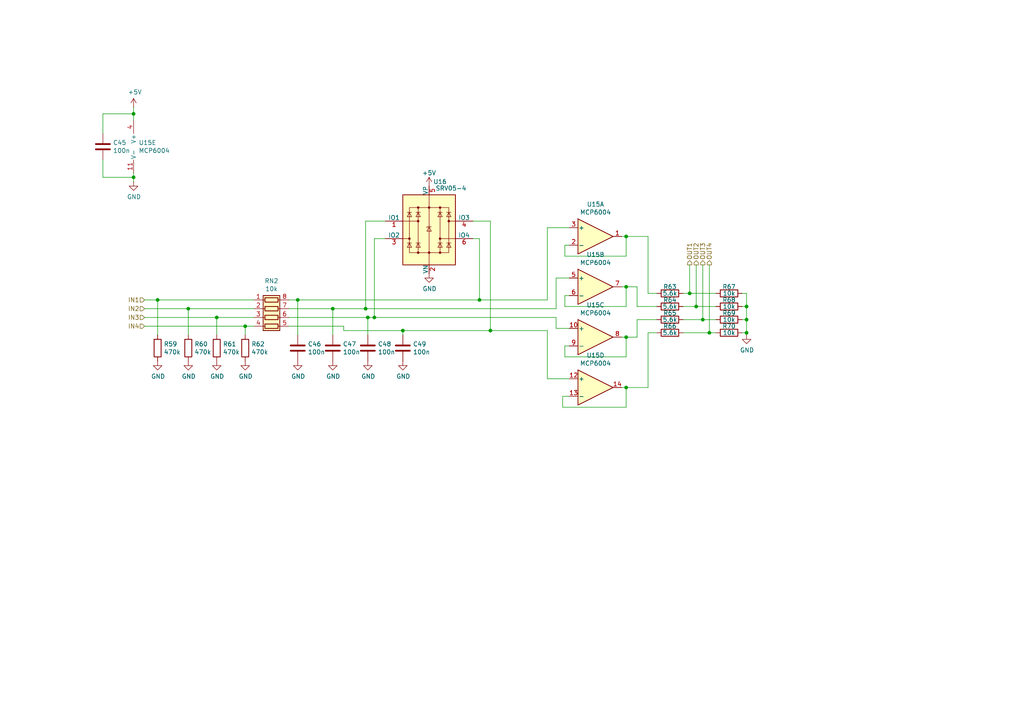
<source format=kicad_sch>
(kicad_sch (version 20250114) (generator "eeschema") (generator_version "9.0")
  (paper "A4")
  (title_block (title "rusEfi Proteus") (date "2022-04-09") (rev "v0.7") (company "rusEFI") (comment 1 "github.com/mck1117/proteus") (comment 2 "rusefi.com/s/proteus"))
  (lib_symbols
    (symbol "Amplifier_Operational:MCP6004" (pin_names (offset 0.127))
      (property "Reference" "U" (at 0 5.08 0))
      (property "Value" "MCP6004" (at 0 -5.08 0))
      (symbol "MCP6004_1_1"
        (polyline (pts (xy -5.08 5.08) (xy 5.08 0) (xy -5.08 -5.08) (xy -5.08 5.08)) (stroke (width 0.254)) (fill (type background)))
        (pin input line (at -7.62 2.54 0) (length 2.54) (name "+") (number "3"))
        (pin input line (at -7.62 -2.54 0) (length 2.54) (name "-") (number "2"))
        (pin output line (at 7.62 0 180) (length 2.54) (name "~") (number "1"))
      )
      (symbol "MCP6004_2_1"
        (polyline (pts (xy -5.08 5.08) (xy 5.08 0) (xy -5.08 -5.08) (xy -5.08 5.08)) (stroke (width 0.254)) (fill (type background)))
        (pin input line (at -7.62 2.54 0) (length 2.54) (name "+") (number "5"))
        (pin input line (at -7.62 -2.54 0) (length 2.54) (name "-") (number "6"))
        (pin output line (at 7.62 0 180) (length 2.54) (name "~") (number "7"))
      )
      (symbol "MCP6004_3_1"
        (polyline (pts (xy -5.08 5.08) (xy 5.08 0) (xy -5.08 -5.08) (xy -5.08 5.08)) (stroke (width 0.254)) (fill (type background)))
        (pin input line (at -7.62 2.54 0) (length 2.54) (name "+") (number "10"))
        (pin input line (at -7.62 -2.54 0) (length 2.54) (name "-") (number "9"))
        (pin output line (at 7.62 0 180) (length 2.54) (name "~") (number "8"))
      )
      (symbol "MCP6004_4_1"
        (polyline (pts (xy -5.08 5.08) (xy 5.08 0) (xy -5.08 -5.08) (xy -5.08 5.08)) (stroke (width 0.254)) (fill (type background)))
        (pin input line (at -7.62 2.54 0) (length 2.54) (name "+") (number "12"))
        (pin input line (at -7.62 -2.54 0) (length 2.54) (name "-") (number "13"))
        (pin output line (at 7.62 0 180) (length 2.54) (name "~") (number "14"))
      )
      (symbol "MCP6004_5_1"
        (pin power_in line (at -2.54 7.62 270) (length 3.81) (name "V+") (number "4"))
        (pin power_in line (at -2.54 -7.62 90) (length 3.81) (name "V-") (number "11"))
      )
    )
    (symbol "Device:C" (pin_numbers (hide yes)) (pin_names (offset 0.254))
      (property "Reference" "C" (at 0.635 2.54 0))
      (property "Value" "C" (at 0.635 -2.54 0))
      (symbol "C_0_1"
        (polyline (pts (xy -2.032 0.762) (xy 2.032 0.762)) (stroke (width 0.508)))
        (polyline (pts (xy -2.032 -0.762) (xy 2.032 -0.762)) (stroke (width 0.508)))
      )
      (symbol "C_1_1"
        (pin passive line (at 0 3.81 270) (length 2.794) (name "~") (number "1"))
        (pin passive line (at 0 -3.81 90) (length 2.794) (name "~") (number "2"))
      )
    )
    (symbol "Device:R" (pin_numbers (hide yes)) (pin_names (offset 0))
      (property "Reference" "R" (at 2.032 0 90))
      (property "Value" "R" (at 0 0 90))
      (symbol "R_0_1"
        (rectangle (start -1.016 -2.54) (end 1.016 2.54) (stroke (width 0.254)))
      )
      (symbol "R_1_1"
        (pin passive line (at 0 3.81 270) (length 1.27) (name "~") (number "1"))
        (pin passive line (at 0 -3.81 90) (length 1.27) (name "~") (number "2"))
      )
    )
    (symbol "Device:R_Pack04" (pin_names (offset 0) (hide yes))
      (property "Reference" "RN" (at -7.62 0 90))
      (property "Value" "R_Pack04" (at 5.08 0 90))
      (symbol "R_Pack04_0_1"
        (rectangle (start -6.35 -2.413) (end 3.81 2.413) (stroke (width 0.254)) (fill (type background)))
        (rectangle (start -5.715 1.905) (end -4.445 -1.905) (stroke (width 0.254)))
        (polyline (pts (xy -5.08 1.905) (xy -5.08 2.54)))
        (polyline (pts (xy -5.08 -2.54) (xy -5.08 -1.905)))
        (rectangle (start -3.175 1.905) (end -1.905 -1.905) (stroke (width 0.254)))
        (polyline (pts (xy -2.54 1.905) (xy -2.54 2.54)))
        (polyline (pts (xy -2.54 -2.54) (xy -2.54 -1.905)))
        (rectangle (start -0.635 1.905) (end 0.635 -1.905) (stroke (width 0.254)))
        (polyline (pts (xy 0 1.905) (xy 0 2.54)))
        (polyline (pts (xy 0 -2.54) (xy 0 -1.905)))
        (rectangle (start 1.905 1.905) (end 3.175 -1.905) (stroke (width 0.254)))
        (polyline (pts (xy 2.54 1.905) (xy 2.54 2.54)))
        (polyline (pts (xy 2.54 -2.54) (xy 2.54 -1.905)))
      )
      (symbol "R_Pack04_1_1"
        (pin passive line (at -5.08 5.08 270) (length 2.54) (name "R1.2") (number "8"))
        (pin passive line (at -5.08 -5.08 90) (length 2.54) (name "R1.1") (number "1"))
        (pin passive line (at -2.54 5.08 270) (length 2.54) (name "R2.2") (number "7"))
        (pin passive line (at -2.54 -5.08 90) (length 2.54) (name "R2.1") (number "2"))
        (pin passive line (at 0 5.08 270) (length 2.54) (name "R3.2") (number "6"))
        (pin passive line (at 0 -5.08 90) (length 2.54) (name "R3.1") (number "3"))
        (pin passive line (at 2.54 5.08 270) (length 2.54) (name "R4.2") (number "5"))
        (pin passive line (at 2.54 -5.08 90) (length 2.54) (name "R4.1") (number "4"))
      )
    )
    (symbol "Power_Protection:SRV05-4" (pin_names (offset 0))
      (property "Reference" "U" (at -5.08 11.43 0))
      (property "Value" "SRV05-4" (at 2.54 11.43 0))
      (symbol "SRV05-4_0_0"
        (rectangle (start -5.715 6.477) (end 5.715 -6.604))
        (polyline (pts (xy -3.175 -6.604) (xy -3.175 6.477)))
        (polyline (pts (xy 3.175 6.477) (xy 3.175 -6.604)))
      )
      (symbol "SRV05-4_0_1"
        (polyline (pts (xy -7.747 2.54) (xy -3.175 2.54)))
        (rectangle (start -7.62 10.16) (end 7.62 -10.16) (stroke (width 0.254)) (fill (type background)))
        (polyline (pts (xy -7.62 -2.54) (xy -5.715 -2.54)))
        (circle (center -5.715 -2.54) (radius 0.2794) (fill (type outline)))
        (polyline (pts (xy -5.08 5.08) (xy -6.35 5.08)))
        (polyline (pts (xy -5.08 3.81) (xy -6.35 3.81) (xy -5.715 5.08) (xy -5.08 3.81)))
        (polyline (pts (xy -5.08 -3.81) (xy -6.35 -3.81)))
        (polyline (pts (xy -5.08 -5.08) (xy -6.35 -5.08) (xy -5.715 -3.81) (xy -5.08 -5.08)))
        (circle (center -3.175 6.477) (radius 0.2794) (fill (type outline)))
        (circle (center -3.175 2.54) (radius 0.2794) (fill (type outline)))
        (circle (center -3.175 -6.604) (radius 0.2794) (fill (type outline)))
        (polyline (pts (xy -2.54 5.08) (xy -3.81 5.08)))
        (polyline (pts (xy -2.54 3.81) (xy -3.81 3.81) (xy -3.175 5.08) (xy -2.54 3.81)))
        (polyline (pts (xy -2.54 -3.81) (xy -3.81 -3.81)))
        (polyline (pts (xy -2.54 -5.08) (xy -3.81 -5.08) (xy -3.175 -3.81) (xy -2.54 -5.08)))
        (polyline (pts (xy 0 10.16) (xy 0 -10.16)))
        (circle (center 0 6.477) (radius 0.2794) (fill (type outline)))
        (circle (center 0 -6.604) (radius 0.2794) (fill (type outline)))
        (polyline (pts (xy 0.635 0.889) (xy -0.635 0.889) (xy -0.635 0.635)))
        (polyline (pts (xy 0.635 -0.381) (xy -0.635 -0.381) (xy 0 0.889) (xy 0.635 -0.381)))
        (circle (center 3.175 6.477) (radius 0.2794) (fill (type outline)))
        (circle (center 3.175 -2.54) (radius 0.2794) (fill (type outline)))
        (circle (center 3.175 -6.604) (radius 0.2794) (fill (type outline)))
        (polyline (pts (xy 3.81 5.08) (xy 2.54 5.08)))
        (polyline (pts (xy 3.81 3.81) (xy 2.54 3.81) (xy 3.175 5.08) (xy 3.81 3.81)))
        (polyline (pts (xy 3.81 -3.81) (xy 2.54 -3.81)))
        (polyline (pts (xy 3.81 -5.08) (xy 2.54 -5.08) (xy 3.175 -3.81) (xy 3.81 -5.08)))
        (circle (center 5.715 2.54) (radius 0.2794) (fill (type outline)))
        (polyline (pts (xy 6.35 5.08) (xy 5.08 5.08)))
        (polyline (pts (xy 6.35 3.81) (xy 5.08 3.81) (xy 5.715 5.08) (xy 6.35 3.81)))
        (polyline (pts (xy 6.35 -3.81) (xy 5.08 -3.81)))
        (polyline (pts (xy 6.35 -5.08) (xy 5.08 -5.08) (xy 5.715 -3.81) (xy 6.35 -5.08)))
        (polyline (pts (xy 7.62 2.54) (xy 5.715 2.54)))
        (polyline (pts (xy 7.62 -2.54) (xy 3.175 -2.54)))
      )
      (symbol "SRV05-4_1_1"
        (pin passive line (at -12.7 2.54 0) (length 5.08) (name "IO1") (number "1"))
        (pin passive line (at -12.7 -2.54 0) (length 5.08) (name "IO2") (number "3"))
        (pin passive line (at 0 12.7 270) (length 2.54) (name "VP") (number "5"))
        (pin passive line (at 0 -12.7 90) (length 2.54) (name "VN") (number "2"))
        (pin passive line (at 12.7 2.54 180) (length 5.08) (name "IO3") (number "4"))
        (pin passive line (at 12.7 -2.54 180) (length 5.08) (name "IO4") (number "6"))
      )
    )
    (symbol "power:+5V" (power) (pin_numbers (hide yes)) (pin_names (offset 0) (hide yes))
      (property "Value" "+5V" (at 0 3.556 0))
      (symbol "+5V_0_1"
        (polyline (pts (xy -0.762 1.27) (xy 0 2.54)))
        (polyline (pts (xy 0 2.54) (xy 0.762 1.27)))
        (polyline (pts (xy 0 0) (xy 0 2.54)))
      )
      (symbol "+5V_1_1"
        (pin power_in line (at 0 0 90) (length 0) (name "~") (number "1"))
      )
    )
    (symbol "power:GND" (power) (pin_numbers (hide yes)) (pin_names (offset 0) (hide yes))
      (property "Value" "GND" (at 0 -3.81 0))
      (symbol "GND_0_1"
        (polyline (pts (xy 0 0) (xy 0 -1.27) (xy 1.27 -1.27) (xy 0 -2.54) (xy -1.27 -1.27) (xy 0 -1.27)))
      )
      (symbol "GND_1_1"
        (pin power_in line (at 0 0 270) (length 0) (name "~") (number "1"))
      )
    )
  )
  (junction (at 86.36 86.995))
  (junction (at 38.735 33.02))
  (junction (at 216.535 96.52))
  (junction (at 200.025 85.09))
  (junction (at 96.52 89.535))
  (junction (at 205.74 96.52))
  (junction (at 62.865 92.075))
  (junction (at 116.84 95.885))
  (junction (at 71.12 94.615))
  (junction (at 203.835 92.71))
  (junction (at 106.045 89.535))
  (junction (at 181.61 68.58))
  (junction (at 142.24 95.885))
  (junction (at 38.735 51.435))
  (junction (at 181.61 97.79))
  (junction (at 45.72 86.995))
  (junction (at 139.065 86.995))
  (junction (at 216.535 88.9))
  (junction (at 201.93 88.9))
  (junction (at 216.535 92.71))
  (junction (at 54.61 89.535))
  (junction (at 108.585 92.075))
  (junction (at 181.61 83.185))
  (junction (at 181.61 112.395))
  (junction (at 106.68 92.075))
  (wire (pts (xy 190.5 85.09) (xy 187.96 85.09)))
  (wire (pts (xy 181.61 83.185) (xy 180.34 83.185)))
  (wire (pts (xy 216.535 96.52) (xy 215.265 96.52)))
  (wire (pts (xy 99.695 95.885) (xy 116.84 95.885)))
  (wire (pts (xy 165.1 100.33) (xy 163.83 100.33)))
  (wire (pts (xy 108.585 92.075) (xy 161.29 92.075)))
  (wire (pts (xy 139.065 69.215) (xy 139.065 86.995)))
  (wire (pts (xy 207.645 88.9) (xy 201.93 88.9)))
  (wire (pts (xy 203.835 76.835) (xy 203.835 92.71)))
  (wire (pts (xy 139.065 86.995) (xy 158.75 86.995)))
  (wire (pts (xy 71.12 94.615) (xy 73.66 94.615)))
  (wire (pts (xy 181.61 112.395) (xy 180.34 112.395)))
  (wire (pts (xy 142.24 64.135) (xy 142.24 95.885)))
  (wire (pts (xy 116.84 97.155) (xy 116.84 95.885)))
  (wire (pts (xy 108.585 69.215) (xy 108.585 92.075)))
  (wire (pts (xy 29.845 51.435) (xy 29.845 46.355)))
  (wire (pts (xy 99.695 94.615) (xy 99.695 95.885)))
  (wire (pts (xy 137.16 64.135) (xy 142.24 64.135)))
  (wire (pts (xy 38.735 51.435) (xy 29.845 51.435)))
  (wire (pts (xy 137.16 69.215) (xy 139.065 69.215)))
  (wire (pts (xy 184.785 92.71) (xy 190.5 92.71)))
  (wire (pts (xy 163.83 85.725) (xy 163.83 88.9)))
  (wire (pts (xy 163.83 71.12) (xy 163.83 74.295)))
  (wire (pts (xy 205.74 96.52) (xy 205.74 76.835)))
  (wire (pts (xy 71.12 97.155) (xy 71.12 94.615)))
  (wire (pts (xy 86.36 97.155) (xy 86.36 86.995)))
  (wire (pts (xy 83.82 92.075) (xy 106.68 92.075)))
  (wire (pts (xy 190.5 96.52) (xy 187.96 96.52)))
  (wire (pts (xy 83.82 89.535) (xy 96.52 89.535)))
  (wire (pts (xy 216.535 88.9) (xy 215.265 88.9)))
  (wire (pts (xy 215.265 85.09) (xy 216.535 85.09)))
  (wire (pts (xy 86.36 86.995) (xy 83.82 86.995)))
  (wire (pts (xy 106.045 64.135) (xy 106.045 89.535)))
  (wire (pts (xy 216.535 92.71) (xy 216.535 88.9)))
  (wire (pts (xy 161.29 80.645) (xy 161.29 89.535)))
  (wire (pts (xy 54.61 89.535) (xy 73.66 89.535)))
  (wire (pts (xy 187.96 68.58) (xy 181.61 68.58)))
  (wire (pts (xy 45.72 86.995) (xy 73.66 86.995)))
  (wire (pts (xy 181.61 74.295) (xy 181.61 68.58)))
  (wire (pts (xy 163.83 88.9) (xy 181.61 88.9)))
  (wire (pts (xy 163.195 114.935) (xy 163.195 118.11)))
  (wire (pts (xy 216.535 97.155) (xy 216.535 96.52)))
  (wire (pts (xy 142.24 95.885) (xy 158.75 95.885)))
  (wire (pts (xy 207.645 96.52) (xy 205.74 96.52)))
  (wire (pts (xy 38.735 52.705) (xy 38.735 51.435)))
  (wire (pts (xy 41.91 92.075) (xy 62.865 92.075)))
  (wire (pts (xy 184.785 88.9) (xy 190.5 88.9)))
  (wire (pts (xy 181.61 68.58) (xy 180.34 68.58)))
  (wire (pts (xy 165.1 85.725) (xy 163.83 85.725)))
  (wire (pts (xy 200.025 85.09) (xy 207.645 85.09)))
  (wire (pts (xy 163.83 103.505) (xy 181.61 103.505)))
  (wire (pts (xy 62.865 92.075) (xy 62.865 97.155)))
  (wire (pts (xy 216.535 85.09) (xy 216.535 88.9)))
  (wire (pts (xy 181.61 88.9) (xy 181.61 83.185)))
  (wire (pts (xy 158.75 86.995) (xy 158.75 66.04)))
  (wire (pts (xy 198.12 92.71) (xy 203.835 92.71)))
  (wire (pts (xy 181.61 83.185) (xy 184.785 83.185)))
  (wire (pts (xy 165.1 71.12) (xy 163.83 71.12)))
  (wire (pts (xy 29.845 38.735) (xy 29.845 33.02)))
  (wire (pts (xy 161.29 95.25) (xy 165.1 95.25)))
  (wire (pts (xy 71.12 94.615) (xy 41.91 94.615)))
  (wire (pts (xy 181.61 118.11) (xy 181.61 112.395)))
  (wire (pts (xy 181.61 97.79) (xy 180.34 97.79)))
  (wire (pts (xy 38.735 31.115) (xy 38.735 33.02)))
  (wire (pts (xy 38.735 51.435) (xy 38.735 50.165)))
  (wire (pts (xy 54.61 97.155) (xy 54.61 89.535)))
  (wire (pts (xy 106.045 89.535) (xy 161.29 89.535)))
  (wire (pts (xy 86.36 86.995) (xy 139.065 86.995)))
  (wire (pts (xy 83.82 94.615) (xy 99.695 94.615)))
  (wire (pts (xy 198.12 85.09) (xy 200.025 85.09)))
  (wire (pts (xy 106.68 92.075) (xy 106.68 97.155)))
  (wire (pts (xy 187.96 85.09) (xy 187.96 68.58)))
  (wire (pts (xy 165.1 80.645) (xy 161.29 80.645)))
  (wire (pts (xy 45.72 86.995) (xy 45.72 97.155)))
  (wire (pts (xy 200.025 85.09) (xy 200.025 76.835)))
  (wire (pts (xy 184.785 83.185) (xy 184.785 88.9)))
  (wire (pts (xy 41.91 86.995) (xy 45.72 86.995)))
  (wire (pts (xy 38.735 33.02) (xy 38.735 34.925)))
  (wire (pts (xy 187.96 96.52) (xy 187.96 112.395)))
  (wire (pts (xy 96.52 89.535) (xy 106.045 89.535)))
  (wire (pts (xy 163.83 74.295) (xy 181.61 74.295)))
  (wire (pts (xy 181.61 97.79) (xy 184.785 97.79)))
  (wire (pts (xy 216.535 96.52) (xy 216.535 92.71)))
  (wire (pts (xy 158.75 109.855) (xy 165.1 109.855)))
  (wire (pts (xy 165.1 114.935) (xy 163.195 114.935)))
  (wire (pts (xy 184.785 97.79) (xy 184.785 92.71)))
  (wire (pts (xy 163.195 118.11) (xy 181.61 118.11)))
  (wire (pts (xy 29.845 33.02) (xy 38.735 33.02)))
  (wire (pts (xy 187.96 112.395) (xy 181.61 112.395)))
  (wire (pts (xy 203.835 92.71) (xy 207.645 92.71)))
  (wire (pts (xy 205.74 96.52) (xy 198.12 96.52)))
  (wire (pts (xy 106.68 92.075) (xy 108.585 92.075)))
  (wire (pts (xy 111.76 69.215) (xy 108.585 69.215)))
  (wire (pts (xy 181.61 103.505) (xy 181.61 97.79)))
  (wire (pts (xy 54.61 89.535) (xy 41.91 89.535)))
  (wire (pts (xy 201.93 76.835) (xy 201.93 88.9)))
  (wire (pts (xy 111.76 64.135) (xy 106.045 64.135)))
  (wire (pts (xy 216.535 92.71) (xy 215.265 92.71)))
  (wire (pts (xy 96.52 89.535) (xy 96.52 97.155)))
  (wire (pts (xy 116.84 95.885) (xy 142.24 95.885)))
  (wire (pts (xy 161.29 92.075) (xy 161.29 95.25)))
  (wire (pts (xy 201.93 88.9) (xy 198.12 88.9)))
  (wire (pts (xy 158.75 95.885) (xy 158.75 109.855)))
  (wire (pts (xy 158.75 66.04) (xy 165.1 66.04)))
  (wire (pts (xy 163.83 100.33) (xy 163.83 103.505)))
  (wire (pts (xy 73.66 92.075) (xy 62.865 92.075)))
  (hierarchical_label "OUT4" (shape output) (at 205.74 76.835 90))
  (hierarchical_label "OUT1" (shape output) (at 200.025 76.835 90))
  (hierarchical_label "IN1" (shape input) (at 41.91 86.995 180))
  (hierarchical_label "OUT2" (shape output) (at 201.93 76.835 90))
  (hierarchical_label "IN4" (shape input) (at 41.91 94.615 180))
  (hierarchical_label "IN3" (shape input) (at 41.91 92.075 180))
  (hierarchical_label "IN2" (shape input) (at 41.91 89.535 180))
  (hierarchical_label "OUT3" (shape output) (at 203.835 76.835 90))
  (symbol (lib_id "Amplifier_Operational:MCP6004") (at 172.72 68.58 0) (unit 1)
    (property "Reference" "U15" (at 172.72 59.2582 0))
    (property "Value" "MCP6004" (at 172.72 61.5696 0))
    (property "Footprint" "Package_SO:TSSOP-14_4.4x5mm_P0.65mm" (effects (hide yes)))
    (property "Datasheet" "http://ww1.microchip.com/downloads/en/DeviceDoc/21733j.pdf" (effects (hide yes)))
    (property "LCSC" "C50282" (effects (hide yes)))
    (property "LCSC_ext" "1" (effects (hide yes)))
    (property "PN" "MCP6004T-I/ST" (effects (hide yes)))
    (property "possible_not_ext" "1" (effects (hide yes)))
    (instances (project "proteus" (path "" (reference "U15") (unit 1)) (path "" (reference "U17") (unit 1)) (path "" (reference "U19") (unit 1))))
  )
  (symbol (lib_id "Amplifier_Operational:MCP6004") (at 172.72 83.185 0) (unit 2)
    (property "Reference" "U15" (at 172.72 73.8632 0))
    (property "Value" "MCP6004" (at 172.72 76.1746 0))
    (property "Footprint" "Package_SO:TSSOP-14_4.4x5mm_P0.65mm" (effects (hide yes)))
    (property "Datasheet" "http://ww1.microchip.com/downloads/en/DeviceDoc/21733j.pdf" (effects (hide yes)))
    (property "LCSC" "C50282" (effects (hide yes)))
    (property "LCSC_ext" "1" (effects (hide yes)))
    (property "PN" "MCP6004T-I/ST" (effects (hide yes)))
    (property "possible_not_ext" "1" (effects (hide yes)))
    (instances (project "proteus" (path "" (reference "U15") (unit 2)) (path "" (reference "U17") (unit 2)) (path "" (reference "U19") (unit 2))))
  )
  (symbol (lib_id "Amplifier_Operational:MCP6004") (at 172.72 97.79 0) (unit 3)
    (property "Reference" "U15" (at 172.72 88.4682 0))
    (property "Value" "MCP6004" (at 172.72 90.7796 0))
    (property "Footprint" "Package_SO:TSSOP-14_4.4x5mm_P0.65mm" (effects (hide yes)))
    (property "Datasheet" "http://ww1.microchip.com/downloads/en/DeviceDoc/21733j.pdf" (effects (hide yes)))
    (property "LCSC" "C50282" (effects (hide yes)))
    (property "LCSC_ext" "1" (effects (hide yes)))
    (property "PN" "MCP6004T-I/ST" (effects (hide yes)))
    (property "possible_not_ext" "1" (effects (hide yes)))
    (instances (project "proteus" (path "" (reference "U15") (unit 3)) (path "" (reference "U17") (unit 3)) (path "" (reference "U19") (unit 3))))
  )
  (symbol (lib_id "Amplifier_Operational:MCP6004") (at 172.72 112.395 0) (unit 4)
    (property "Reference" "U15" (at 172.72 103.0732 0))
    (property "Value" "MCP6004" (at 172.72 105.3846 0))
    (property "Footprint" "Package_SO:TSSOP-14_4.4x5mm_P0.65mm" (effects (hide yes)))
    (property "Datasheet" "http://ww1.microchip.com/downloads/en/DeviceDoc/21733j.pdf" (effects (hide yes)))
    (property "LCSC" "C50282" (effects (hide yes)))
    (property "LCSC_ext" "1" (effects (hide yes)))
    (property "PN" "MCP6004T-I/ST" (effects (hide yes)))
    (property "possible_not_ext" "1" (effects (hide yes)))
    (instances (project "proteus" (path "" (reference "U15") (unit 4)) (path "" (reference "U17") (unit 4)) (path "" (reference "U19") (unit 4))))
  )
  (symbol (lib_id "Device:R") (at 54.61 100.965 0) (unit 1)
    (property "Reference" "R60" (at 56.388 99.7966 0) (effects (justify left)))
    (property "Value" "470k" (at 56.388 102.108 0) (effects (justify left)))
    (property "Footprint" "Resistor_SMD:R_0402_1005Metric" (effects (hide yes)))
    (property "LCSC" "C25790" (effects (hide yes)))
    (property "LCSC_ext" "0" (effects (hide yes)))
    (instances (project "proteus" (path "" (reference "R60") (unit 1)) (path "" (reference "R72") (unit 1)) (path "" (reference "R84") (unit 1))))
  )
  (symbol (lib_id "Device:R") (at 62.865 100.965 0) (unit 1)
    (property "Reference" "R61" (at 64.643 99.7966 0) (effects (justify left)))
    (property "Value" "470k" (at 64.643 102.108 0) (effects (justify left)))
    (property "Footprint" "Resistor_SMD:R_0402_1005Metric" (effects (hide yes)))
    (property "LCSC" "C25790" (effects (hide yes)))
    (property "LCSC_ext" "0" (effects (hide yes)))
    (instances (project "proteus" (path "" (reference "R61") (unit 1)) (path "" (reference "R73") (unit 1)) (path "" (reference "R85") (unit 1))))
  )
  (symbol (lib_id "Device:R") (at 71.12 100.965 0) (unit 1)
    (property "Reference" "R62" (at 72.898 99.7966 0) (effects (justify left)))
    (property "Value" "470k" (at 72.898 102.108 0) (effects (justify left)))
    (property "Footprint" "Resistor_SMD:R_0402_1005Metric" (effects (hide yes)))
    (property "LCSC" "C25790" (effects (hide yes)))
    (property "LCSC_ext" "0" (effects (hide yes)))
    (instances (project "proteus" (path "" (reference "R62") (unit 1)) (path "" (reference "R74") (unit 1)) (path "" (reference "R86") (unit 1))))
  )
  (symbol (lib_id "power:GND") (at 45.72 104.775 0) (unit 1)
    (property "Reference" "#PWR091" (effects (hide yes)))
    (property "Value" "GND" (at 45.847 109.1692 0))
    (property "Description" "Power symbol creates a global label with name \"GND\" , ground" (effects (hide yes)))
    (instances (project "proteus" (path "" (reference "#PWR091") (unit 1)) (path "" (reference "#PWR0104") (unit 1)) (path "" (reference "#PWR0117") (unit 1))))
  )
  (symbol (lib_id "power:GND") (at 54.61 104.775 0) (unit 1)
    (property "Reference" "#PWR092" (effects (hide yes)))
    (property "Value" "GND" (at 54.737 109.1692 0))
    (property "Description" "Power symbol creates a global label with name \"GND\" , ground" (effects (hide yes)))
    (instances (project "proteus" (path "" (reference "#PWR092") (unit 1)) (path "" (reference "#PWR0105") (unit 1)) (path "" (reference "#PWR0118") (unit 1))))
  )
  (symbol (lib_id "power:GND") (at 62.865 104.775 0) (unit 1)
    (property "Reference" "#PWR093" (effects (hide yes)))
    (property "Value" "GND" (at 62.992 109.1692 0))
    (property "Description" "Power symbol creates a global label with name \"GND\" , ground" (effects (hide yes)))
    (instances (project "proteus" (path "" (reference "#PWR093") (unit 1)) (path "" (reference "#PWR0106") (unit 1)) (path "" (reference "#PWR0119") (unit 1))))
  )
  (symbol (lib_id "power:GND") (at 71.12 104.775 0) (unit 1)
    (property "Reference" "#PWR094" (effects (hide yes)))
    (property "Value" "GND" (at 71.247 109.1692 0))
    (property "Description" "Power symbol creates a global label with name \"GND\" , ground" (effects (hide yes)))
    (instances (project "proteus" (path "" (reference "#PWR094") (unit 1)) (path "" (reference "#PWR0107") (unit 1)) (path "" (reference "#PWR0120") (unit 1))))
  )
  (symbol (lib_id "power:GND") (at 86.36 104.775 0) (unit 1)
    (property "Reference" "#PWR095" (effects (hide yes)))
    (property "Value" "GND" (at 86.487 109.1692 0))
    (property "Description" "Power symbol creates a global label with name \"GND\" , ground" (effects (hide yes)))
    (instances (project "proteus" (path "" (reference "#PWR095") (unit 1)) (path "" (reference "#PWR0108") (unit 1)) (path "" (reference "#PWR0121") (unit 1))))
  )
  (symbol (lib_id "power:GND") (at 96.52 104.775 0) (unit 1)
    (property "Reference" "#PWR096" (effects (hide yes)))
    (property "Value" "GND" (at 96.647 109.1692 0))
    (property "Description" "Power symbol creates a global label with name \"GND\" , ground" (effects (hide yes)))
    (instances (project "proteus" (path "" (reference "#PWR096") (unit 1)) (path "" (reference "#PWR0109") (unit 1)) (path "" (reference "#PWR0122") (unit 1))))
  )
  (symbol (lib_id "Amplifier_Operational:MCP6004") (at 41.275 42.545 0) (unit 5)
    (property "Reference" "U15" (at 40.2082 41.3766 0) (effects (justify left)))
    (property "Value" "MCP6004" (at 40.2082 43.688 0) (effects (justify left)))
    (property "Footprint" "Package_SO:TSSOP-14_4.4x5mm_P0.65mm" (effects (hide yes)))
    (property "Datasheet" "http://ww1.microchip.com/downloads/en/DeviceDoc/21733j.pdf" (effects (hide yes)))
    (property "LCSC" "C50282" (effects (hide yes)))
    (property "LCSC_ext" "1" (effects (hide yes)))
    (property "PN" "MCP6004T-I/ST" (effects (hide yes)))
    (property "possible_not_ext" "1" (effects (hide yes)))
    (instances (project "proteus" (path "" (reference "U15") (unit 5)) (path "" (reference "U17") (unit 5)) (path "" (reference "U19") (unit 5))))
  )
  (symbol (lib_id "Device:R_Pack04") (at 78.74 92.075 270) (unit 1)
    (property "Reference" "RN2" (at 78.74 81.4832 90))
    (property "Value" "10k" (at 78.74 83.7946 90))
    (property "Footprint" "Resistor_SMD:R_Array_Convex_4x0603" (effects (hide yes)))
    (property "Description" "4 resistor network, parallel topology" (effects (hide yes)))
    (property "LCSC" "C29718" (effects (hide yes)))
    (property "LCSC_ext" "0" (effects (hide yes)))
    (property "PN" "CAT16-1002F4LF" (effects (hide yes)))
    (instances (project "proteus" (path "" (reference "RN2") (unit 1)) (path "" (reference "RN3") (unit 1)) (path "" (reference "RN4") (unit 1))))
  )
  (symbol (lib_id "Device:R") (at 45.72 100.965 0) (unit 1)
    (property "Reference" "R59" (at 47.498 99.7966 0) (effects (justify left)))
    (property "Value" "470k" (at 47.498 102.108 0) (effects (justify left)))
    (property "Footprint" "Resistor_SMD:R_0402_1005Metric" (effects (hide yes)))
    (property "LCSC" "C25790" (effects (hide yes)))
    (property "LCSC_ext" "0" (effects (hide yes)))
    (instances (project "proteus" (path "" (reference "R59") (unit 1)) (path "" (reference "R71") (unit 1)) (path "" (reference "R83") (unit 1))))
  )
  (symbol (lib_id "Device:C") (at 29.845 42.545 0) (unit 1)
    (property "Reference" "C45" (at 32.766 41.3766 0) (effects (justify left)))
    (property "Value" "100n" (at 32.766 43.688 0) (effects (justify left)))
    (property "Footprint" "Capacitor_SMD:C_0603_1608Metric" (effects (hide yes)))
    (property "LCSC" "C14663" (effects (hide yes)))
    (property "LCSC_ext" "0" (effects (hide yes)))
    (instances (project "proteus" (path "" (reference "C45") (unit 1)) (path "" (reference "C50") (unit 1)) (path "" (reference "C55") (unit 1))))
  )
  (symbol (lib_id "power:GND") (at 38.735 52.705 0) (unit 1)
    (property "Reference" "#PWR090" (effects (hide yes)))
    (property "Value" "GND" (at 38.862 57.0992 0))
    (property "Description" "Power symbol creates a global label with name \"GND\" , ground" (effects (hide yes)))
    (instances (project "proteus" (path "" (reference "#PWR090") (unit 1)) (path "" (reference "#PWR0103") (unit 1)) (path "" (reference "#PWR0116") (unit 1))))
  )
  (symbol (lib_id "power:GND") (at 106.68 104.775 0) (unit 1)
    (property "Reference" "#PWR097" (effects (hide yes)))
    (property "Value" "GND" (at 106.807 109.1692 0))
    (property "Description" "Power symbol creates a global label with name \"GND\" , ground" (effects (hide yes)))
    (instances (project "proteus" (path "" (reference "#PWR097") (unit 1)) (path "" (reference "#PWR0110") (unit 1)) (path "" (reference "#PWR0123") (unit 1))))
  )
  (symbol (lib_id "power:GND") (at 116.84 104.775 0) (unit 1)
    (property "Reference" "#PWR098" (effects (hide yes)))
    (property "Value" "GND" (at 116.967 109.1692 0))
    (property "Description" "Power symbol creates a global label with name \"GND\" , ground" (effects (hide yes)))
    (instances (project "proteus" (path "" (reference "#PWR098") (unit 1)) (path "" (reference "#PWR0111") (unit 1)) (path "" (reference "#PWR0124") (unit 1))))
  )
  (symbol (lib_id "power:GND") (at 216.535 97.155 0) (unit 1)
    (property "Reference" "#PWR0101" (effects (hide yes)))
    (property "Value" "GND" (at 216.662 101.5492 0))
    (property "Description" "Power symbol creates a global label with name \"GND\" , ground" (effects (hide yes)))
    (instances (project "proteus" (path "" (reference "#PWR0101") (unit 1)) (path "" (reference "#PWR0114") (unit 1)) (path "" (reference "#PWR0127") (unit 1))))
  )
  (symbol (lib_id "power:+5V") (at 38.735 31.115 0) (unit 1)
    (property "Reference" "#PWR089" (effects (hide yes)))
    (property "Value" "+5V" (at 39.116 26.7208 0))
    (property "Description" "Power symbol creates a global label with name \"+5V\"" (effects (hide yes)))
    (instances (project "proteus" (path "" (reference "#PWR089") (unit 1)) (path "" (reference "#PWR0102") (unit 1)) (path "" (reference "#PWR0115") (unit 1))))
  )
  (symbol (lib_id "Device:R") (at 194.31 85.09 270) (unit 1)
    (property "Reference" "R63" (at 194.31 83.185 90))
    (property "Value" "5.6k" (at 194.31 85.09 90))
    (property "Footprint" "Resistor_SMD:R_0402_1005Metric" (effects (hide yes)))
    (property "LCSC" "C25908" (effects (hide yes)))
    (property "LCSC_ext" "0" (effects (hide yes)))
    (instances (project "proteus" (path "" (reference "R63") (unit 1)) (path "" (reference "R75") (unit 1)) (path "" (reference "R87") (unit 1))))
  )
  (symbol (lib_id "Device:R") (at 194.31 88.9 270) (unit 1)
    (property "Reference" "R64" (at 194.31 86.995 90))
    (property "Value" "5.6k" (at 194.31 88.9 90))
    (property "Footprint" "Resistor_SMD:R_0402_1005Metric" (effects (hide yes)))
    (property "LCSC" "C25908" (effects (hide yes)))
    (property "LCSC_ext" "0" (effects (hide yes)))
    (instances (project "proteus" (path "" (reference "R64") (unit 1)) (path "" (reference "R76") (unit 1)) (path "" (reference "R88") (unit 1))))
  )
  (symbol (lib_id "Device:R") (at 194.31 92.71 270) (unit 1)
    (property "Reference" "R65" (at 194.31 90.805 90))
    (property "Value" "5.6k" (at 194.31 92.71 90))
    (property "Footprint" "Resistor_SMD:R_0402_1005Metric" (effects (hide yes)))
    (property "LCSC" "C25908" (effects (hide yes)))
    (property "LCSC_ext" "0" (effects (hide yes)))
    (instances (project "proteus" (path "" (reference "R65") (unit 1)) (path "" (reference "R77") (unit 1)) (path "" (reference "R89") (unit 1))))
  )
  (symbol (lib_id "Device:R") (at 194.31 96.52 270) (unit 1)
    (property "Reference" "R66" (at 194.31 94.615 90))
    (property "Value" "5.6k" (at 194.31 96.52 90))
    (property "Footprint" "Resistor_SMD:R_0402_1005Metric" (effects (hide yes)))
    (property "LCSC" "C25908" (effects (hide yes)))
    (property "LCSC_ext" "0" (effects (hide yes)))
    (instances (project "proteus" (path "" (reference "R66") (unit 1)) (path "" (reference "R78") (unit 1)) (path "" (reference "R90") (unit 1))))
  )
  (symbol (lib_id "Device:R") (at 211.455 85.09 270) (unit 1)
    (property "Reference" "R67" (at 211.455 83.185 90))
    (property "Value" "10k" (at 211.455 85.09 90))
    (property "Footprint" "Resistor_SMD:R_0402_1005Metric" (effects (hide yes)))
    (property "LCSC" "C25744" (effects (hide yes)))
    (property "LCSC_ext" "0" (effects (hide yes)))
    (instances (project "proteus" (path "" (reference "R67") (unit 1)) (path "" (reference "R79") (unit 1)) (path "" (reference "R91") (unit 1))))
  )
  (symbol (lib_id "Device:R") (at 211.455 88.9 270) (unit 1)
    (property "Reference" "R68" (at 211.455 86.995 90))
    (property "Value" "10k" (at 211.455 88.9 90))
    (property "Footprint" "Resistor_SMD:R_0402_1005Metric" (effects (hide yes)))
    (property "LCSC" "C25744" (effects (hide yes)))
    (property "LCSC_ext" "0" (effects (hide yes)))
    (instances (project "proteus" (path "" (reference "R68") (unit 1)) (path "" (reference "R80") (unit 1)) (path "" (reference "R92") (unit 1))))
  )
  (symbol (lib_id "Device:R") (at 211.455 92.71 270) (unit 1)
    (property "Reference" "R69" (at 211.455 90.805 90))
    (property "Value" "10k" (at 211.455 92.71 90))
    (property "Footprint" "Resistor_SMD:R_0402_1005Metric" (effects (hide yes)))
    (property "LCSC" "C25744" (effects (hide yes)))
    (property "LCSC_ext" "0" (effects (hide yes)))
    (instances (project "proteus" (path "" (reference "R69") (unit 1)) (path "" (reference "R81") (unit 1)) (path "" (reference "R93") (unit 1))))
  )
  (symbol (lib_id "Device:R") (at 211.455 96.52 270) (unit 1)
    (property "Reference" "R70" (at 211.455 94.615 90))
    (property "Value" "10k" (at 211.455 96.52 90))
    (property "Footprint" "Resistor_SMD:R_0402_1005Metric" (effects (hide yes)))
    (property "LCSC" "C25744" (effects (hide yes)))
    (property "LCSC_ext" "0" (effects (hide yes)))
    (instances (project "proteus" (path "" (reference "R70") (unit 1)) (path "" (reference "R82") (unit 1)) (path "" (reference "R94") (unit 1))))
  )
  (symbol (lib_id "Device:C") (at 86.36 100.965 0) (unit 1)
    (property "Reference" "C46" (at 89.281 99.7966 0) (effects (justify left)))
    (property "Value" "100n" (at 89.281 102.108 0) (effects (justify left)))
    (property "Footprint" "Capacitor_SMD:C_0402_1005Metric" (effects (hide yes)))
    (property "LCSC" "C1525" (effects (hide yes)))
    (property "LCSC_ext" "0" (effects (hide yes)))
    (instances (project "proteus" (path "" (reference "C46") (unit 1)) (path "" (reference "C51") (unit 1)) (path "" (reference "C56") (unit 1))))
  )
  (symbol (lib_id "Device:C") (at 96.52 100.965 0) (unit 1)
    (property "Reference" "C47" (at 99.441 99.7966 0) (effects (justify left)))
    (property "Value" "100n" (at 99.441 102.108 0) (effects (justify left)))
    (property "Footprint" "Capacitor_SMD:C_0402_1005Metric" (effects (hide yes)))
    (property "LCSC" "C1525" (effects (hide yes)))
    (property "LCSC_ext" "0" (effects (hide yes)))
    (instances (project "proteus" (path "" (reference "C47") (unit 1)) (path "" (reference "C52") (unit 1)) (path "" (reference "C57") (unit 1))))
  )
  (symbol (lib_id "Device:C") (at 106.68 100.965 0) (unit 1)
    (property "Reference" "C48" (at 109.601 99.7966 0) (effects (justify left)))
    (property "Value" "100n" (at 109.601 102.108 0) (effects (justify left)))
    (property "Footprint" "Capacitor_SMD:C_0402_1005Metric" (effects (hide yes)))
    (property "LCSC" "C1525" (effects (hide yes)))
    (property "LCSC_ext" "0" (effects (hide yes)))
    (instances (project "proteus" (path "" (reference "C48") (unit 1)) (path "" (reference "C53") (unit 1)) (path "" (reference "C58") (unit 1))))
  )
  (symbol (lib_id "Device:C") (at 116.84 100.965 0) (unit 1)
    (property "Reference" "C49" (at 119.761 99.7966 0) (effects (justify left)))
    (property "Value" "100n" (at 119.761 102.108 0) (effects (justify left)))
    (property "Footprint" "Capacitor_SMD:C_0402_1005Metric" (effects (hide yes)))
    (property "LCSC" "C1525" (effects (hide yes)))
    (property "LCSC_ext" "0" (effects (hide yes)))
    (instances (project "proteus" (path "" (reference "C49") (unit 1)) (path "" (reference "C54") (unit 1)) (path "" (reference "C59") (unit 1))))
  )
  (symbol (lib_id "Power_Protection:SRV05-4") (at 124.46 66.675 0) (unit 1)
    (property "Reference" "U16" (at 127.635 52.705 0))
    (property "Value" "SRV05-4" (at 130.81 54.61 0))
    (property "Footprint" "Package_TO_SOT_SMD:SOT-23-6" (effects (hide yes)))
    (property "Datasheet" "http://www.onsemi.com/pub/Collateral/SRV05-4-D.PDF" (effects (hide yes)))
    (property "LCSC" "C85364" (effects (hide yes)))
    (property "LCSC_ext" "0" (effects (hide yes)))
    (instances (project "proteus" (path "" (reference "U16") (unit 1)) (path "" (reference "U18") (unit 1)) (path "" (reference "U20") (unit 1))))
  )
  (symbol (lib_id "power:GND") (at 124.46 79.375 0) (unit 1)
    (property "Reference" "#PWR0100" (effects (hide yes)))
    (property "Value" "GND" (at 124.587 83.7692 0))
    (property "Description" "Power symbol creates a global label with name \"GND\" , ground" (effects (hide yes)))
    (instances (project "proteus" (path "" (reference "#PWR0100") (unit 1)) (path "" (reference "#PWR0113") (unit 1)) (path "" (reference "#PWR0126") (unit 1))))
  )
  (symbol (lib_id "power:+5V") (at 124.46 53.975 0) (unit 1)
    (property "Reference" "#PWR099" (effects (hide yes)))
    (property "Value" "+5V" (at 124.46 50.165 0))
    (property "Description" "Power symbol creates a global label with name \"+5V\"" (effects (hide yes)))
    (instances (project "proteus" (path "" (reference "#PWR099") (unit 1)) (path "" (reference "#PWR0112") (unit 1)) (path "" (reference "#PWR0125") (unit 1))))
  )
)
</source>
